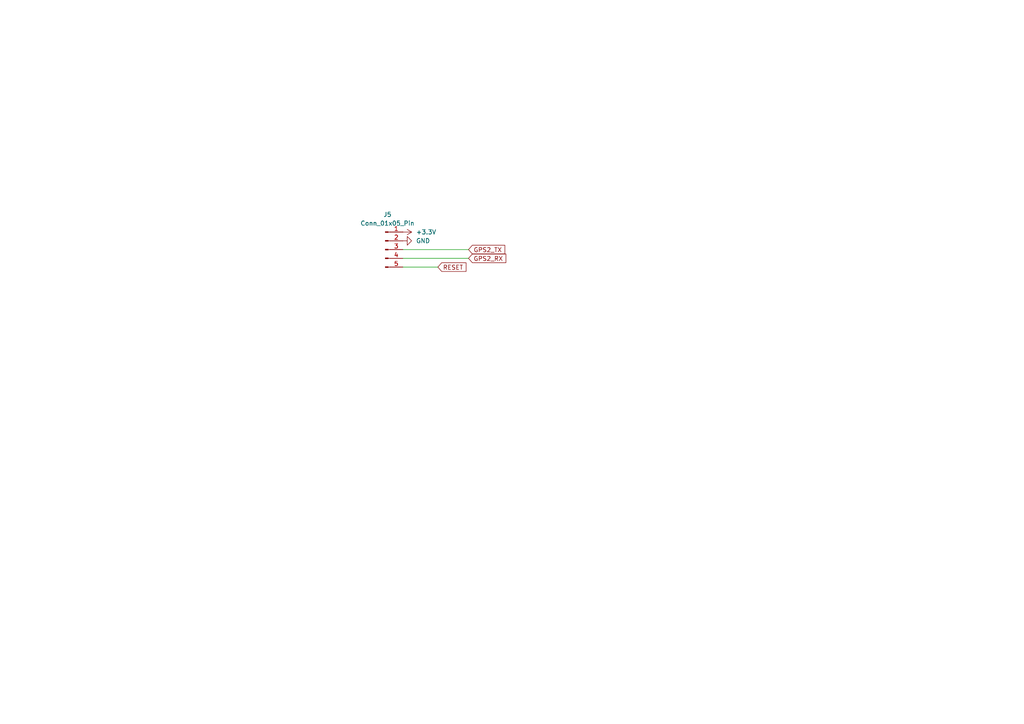
<source format=kicad_sch>
(kicad_sch (version 20250114) (generator "eeschema") (generator_version "9.0")
  (paper "A4")
  (lib_symbols
    (symbol "Connector:Conn_01x05_Pin" (pin_names (offset 1.016) (hide yes))
      (property "Reference" "J" (at 0 7.62 0))
      (property "Value" "Conn_01x05_Pin" (at 0 -7.62 0))
      (symbol "Conn_01x05_Pin_1_1"
        (rectangle (start 0.8636 5.207) (end 0 4.953) (stroke (width 0.1524)) (fill (type outline)))
        (rectangle (start 0.8636 2.667) (end 0 2.413) (stroke (width 0.1524)) (fill (type outline)))
        (rectangle (start 0.8636 0.127) (end 0 -0.127) (stroke (width 0.1524)) (fill (type outline)))
        (rectangle (start 0.8636 -2.413) (end 0 -2.667) (stroke (width 0.1524)) (fill (type outline)))
        (rectangle (start 0.8636 -4.953) (end 0 -5.207) (stroke (width 0.1524)) (fill (type outline)))
        (polyline (pts (xy 1.27 5.08) (xy 0.8636 5.08)) (stroke (width 0.1524)))
        (polyline (pts (xy 1.27 2.54) (xy 0.8636 2.54)) (stroke (width 0.1524)))
        (polyline (pts (xy 1.27 0) (xy 0.8636 0)) (stroke (width 0.1524)))
        (polyline (pts (xy 1.27 -2.54) (xy 0.8636 -2.54)) (stroke (width 0.1524)))
        (polyline (pts (xy 1.27 -5.08) (xy 0.8636 -5.08)) (stroke (width 0.1524)))
        (pin passive line (at 5.08 5.08 180) (length 3.81) (name "Pin_1") (number "1"))
        (pin passive line (at 5.08 2.54 180) (length 3.81) (name "Pin_2") (number "2"))
        (pin passive line (at 5.08 0 180) (length 3.81) (name "Pin_3") (number "3"))
        (pin passive line (at 5.08 -2.54 180) (length 3.81) (name "Pin_4") (number "4"))
        (pin passive line (at 5.08 -5.08 180) (length 3.81) (name "Pin_5") (number "5"))
      )
    )
    (symbol "power:+3.3V" (power) (pin_numbers (hide yes)) (pin_names (offset 0) (hide yes))
      (property "Value" "+3.3V" (at 0 3.556 0))
      (symbol "+3.3V_0_1"
        (polyline (pts (xy -0.762 1.27) (xy 0 2.54)))
        (polyline (pts (xy 0 2.54) (xy 0.762 1.27)))
        (polyline (pts (xy 0 0) (xy 0 2.54)))
      )
      (symbol "+3.3V_1_1"
        (pin power_in line (at 0 0 90) (length 0) (name "~") (number "1"))
      )
    )
    (symbol "power:GND" (power) (pin_numbers (hide yes)) (pin_names (offset 0) (hide yes))
      (property "Value" "GND" (at 0 -3.81 0))
      (symbol "GND_0_1"
        (polyline (pts (xy 0 0) (xy 0 -1.27) (xy 1.27 -1.27) (xy 0 -2.54) (xy -1.27 -1.27) (xy 0 -1.27)))
      )
      (symbol "GND_1_1"
        (pin power_in line (at 0 0 270) (length 0) (name "~") (number "1"))
      )
    )
  )
  (wire (pts (xy 116.84 74.93) (xy 135.89 74.93)))
  (wire (pts (xy 127 77.47) (xy 116.84 77.47)))
  (wire (pts (xy 116.84 72.39) (xy 135.89 72.39)))
  (global_label "RESET" (shape input) (at 127 77.47 0) (property "Intersheetrefs" "${INTERSHEET_REFS}" (effects (hide yes))))
  (global_label "GPS2_TX" (shape input) (at 135.89 72.39 0) (property "Intersheetrefs" "${INTERSHEET_REFS}" (effects (hide yes))))
  (global_label "GPS2_RX" (shape input) (at 135.89 74.93 0) (property "Intersheetrefs" "${INTERSHEET_REFS}" (effects (hide yes))))
  (symbol (lib_id "power:GND") (at 116.84 69.85 90) (unit 1)
    (property "Reference" "#PWR018" (effects (hide yes)))
    (property "Value" "GND" (at 120.65 69.8499 90) (effects (justify right)))
    (property "Description" "Power symbol creates a global label with name \"GND\" , ground" (effects (hide yes)))
  )
  (symbol (lib_id "power:+3.3V") (at 116.84 67.31 270) (unit 1)
    (property "Reference" "#PWR017" (effects (hide yes)))
    (property "Value" "+3.3V" (at 120.65 67.3099 90) (effects (justify left)))
    (property "Description" "Power symbol creates a global label with name \"+3.3V\"" (effects (hide yes)))
  )
  (symbol (lib_id "Connector:Conn_01x05_Pin") (at 111.76 72.39 0) (unit 1)
    (property "Reference" "J5" (at 112.395 62.23 0))
    (property "Value" "Conn_01x05_Pin" (at 112.395 64.77 0))
    (property "Footprint" "Library:JST_B5B-XH-A" (effects (hide yes)))
    (property "Description" "Generic connector, single row, 01x05, script generated" (effects (hide yes)))
  )
)
</source>
